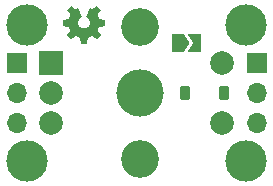
<source format=gbs>
%TF.GenerationSoftware,KiCad,Pcbnew,7.0.7*%
%TF.CreationDate,2023-09-18T16:45:26-04:00*%
%TF.ProjectId,Encoder Mount,456e636f-6465-4722-904d-6f756e742e6b,rev?*%
%TF.SameCoordinates,Original*%
%TF.FileFunction,Soldermask,Bot*%
%TF.FilePolarity,Negative*%
%FSLAX46Y46*%
G04 Gerber Fmt 4.6, Leading zero omitted, Abs format (unit mm)*
G04 Created by KiCad (PCBNEW 7.0.7) date 2023-09-18 16:45:26*
%MOMM*%
%LPD*%
G01*
G04 APERTURE LIST*
G04 Aperture macros list*
%AMRoundRect*
0 Rectangle with rounded corners*
0 $1 Rounding radius*
0 $2 $3 $4 $5 $6 $7 $8 $9 X,Y pos of 4 corners*
0 Add a 4 corners polygon primitive as box body*
4,1,4,$2,$3,$4,$5,$6,$7,$8,$9,$2,$3,0*
0 Add four circle primitives for the rounded corners*
1,1,$1+$1,$2,$3*
1,1,$1+$1,$4,$5*
1,1,$1+$1,$6,$7*
1,1,$1+$1,$8,$9*
0 Add four rect primitives between the rounded corners*
20,1,$1+$1,$2,$3,$4,$5,0*
20,1,$1+$1,$4,$5,$6,$7,0*
20,1,$1+$1,$6,$7,$8,$9,0*
20,1,$1+$1,$8,$9,$2,$3,0*%
%AMFreePoly0*
4,1,6,1.000000,0.000000,0.500000,-0.750000,-0.500000,-0.750000,-0.500000,0.750000,0.500000,0.750000,1.000000,0.000000,1.000000,0.000000,$1*%
%AMFreePoly1*
4,1,6,0.500000,-0.750000,-0.650000,-0.750000,-0.150000,0.000000,-0.650000,0.750000,0.500000,0.750000,0.500000,-0.750000,0.500000,-0.750000,$1*%
G04 Aperture macros list end*
%ADD10C,0.000000*%
%ADD11C,2.600000*%
%ADD12C,3.500000*%
%ADD13C,4.000000*%
%ADD14R,2.000000X2.000000*%
%ADD15C,2.000000*%
%ADD16C,3.200000*%
%ADD17R,1.700000X1.700000*%
%ADD18O,1.700000X1.700000*%
%ADD19FreePoly0,0.000000*%
%ADD20FreePoly1,0.000000*%
%ADD21RoundRect,0.225000X0.225000X0.375000X-0.225000X0.375000X-0.225000X-0.375000X0.225000X-0.375000X0*%
G04 APERTURE END LIST*
D10*
G36*
X96379952Y-92628973D02*
G01*
X96381984Y-92629242D01*
X96383986Y-92629668D01*
X96385942Y-92630253D01*
X96387836Y-92630993D01*
X96389652Y-92631887D01*
X96390526Y-92632392D01*
X96391376Y-92632934D01*
X96392198Y-92633515D01*
X96392991Y-92634133D01*
X96393753Y-92634789D01*
X96394482Y-92635483D01*
X96711084Y-92952032D01*
X96711783Y-92952766D01*
X96712443Y-92953532D01*
X96713066Y-92954330D01*
X96713650Y-92955156D01*
X96714196Y-92956009D01*
X96714704Y-92956886D01*
X96715174Y-92957787D01*
X96715604Y-92958709D01*
X96715996Y-92959650D01*
X96716349Y-92960608D01*
X96716936Y-92962568D01*
X96717365Y-92964573D01*
X96717634Y-92966609D01*
X96717741Y-92968659D01*
X96717686Y-92970708D01*
X96717467Y-92972741D01*
X96717296Y-92973746D01*
X96717083Y-92974742D01*
X96716828Y-92975725D01*
X96716532Y-92976695D01*
X96716193Y-92977650D01*
X96715812Y-92978586D01*
X96715389Y-92979503D01*
X96714923Y-92980399D01*
X96714414Y-92981271D01*
X96713863Y-92982118D01*
X96472832Y-93333331D01*
X96471749Y-93335069D01*
X96470784Y-93336937D01*
X96469937Y-93338919D01*
X96469210Y-93340996D01*
X96468605Y-93343152D01*
X96468122Y-93345369D01*
X96467763Y-93347630D01*
X96467530Y-93349919D01*
X96467424Y-93352216D01*
X96467446Y-93354507D01*
X96467597Y-93356772D01*
X96467880Y-93358995D01*
X96468294Y-93361159D01*
X96468842Y-93363246D01*
X96469526Y-93365239D01*
X96470345Y-93367121D01*
X96602807Y-93698013D01*
X96603135Y-93698977D01*
X96603509Y-93699938D01*
X96604386Y-93701847D01*
X96605426Y-93703728D01*
X96606616Y-93705569D01*
X96607943Y-93707358D01*
X96609395Y-93709085D01*
X96610958Y-93710736D01*
X96612621Y-93712301D01*
X96614370Y-93713769D01*
X96616193Y-93715126D01*
X96618077Y-93716363D01*
X96620010Y-93717466D01*
X96621978Y-93718425D01*
X96623970Y-93719228D01*
X96624970Y-93719567D01*
X96625972Y-93719863D01*
X96626973Y-93720114D01*
X96627971Y-93720319D01*
X97052269Y-93799278D01*
X97053256Y-93799484D01*
X97054230Y-93799738D01*
X97055191Y-93800040D01*
X97056137Y-93800388D01*
X97057067Y-93800780D01*
X97057980Y-93801214D01*
X97058874Y-93801689D01*
X97059748Y-93802205D01*
X97060602Y-93802758D01*
X97061433Y-93803348D01*
X97062241Y-93803973D01*
X97063024Y-93804631D01*
X97063781Y-93805321D01*
X97064510Y-93806042D01*
X97065212Y-93806792D01*
X97065883Y-93807570D01*
X97066524Y-93808373D01*
X97067132Y-93809201D01*
X97067706Y-93810052D01*
X97068246Y-93810924D01*
X97068750Y-93811817D01*
X97069217Y-93812727D01*
X97069645Y-93813655D01*
X97070033Y-93814597D01*
X97070381Y-93815554D01*
X97070686Y-93816523D01*
X97070947Y-93817503D01*
X97071164Y-93818492D01*
X97071335Y-93819488D01*
X97071459Y-93820491D01*
X97071534Y-93821499D01*
X97071559Y-93822510D01*
X97071612Y-94270199D01*
X97071589Y-94271212D01*
X97071517Y-94272222D01*
X97071395Y-94273226D01*
X97071227Y-94274223D01*
X97071013Y-94275212D01*
X97070753Y-94276192D01*
X97070451Y-94277160D01*
X97070106Y-94278116D01*
X97069719Y-94279058D01*
X97069294Y-94279984D01*
X97068327Y-94281784D01*
X97067217Y-94283504D01*
X97065972Y-94285133D01*
X97064603Y-94286658D01*
X97063120Y-94288069D01*
X97061532Y-94289352D01*
X97059849Y-94290497D01*
X97058976Y-94291014D01*
X97058083Y-94291492D01*
X97057171Y-94291930D01*
X97056241Y-94292325D01*
X97055296Y-94292677D01*
X97054335Y-94292984D01*
X97053361Y-94293245D01*
X97052375Y-94293458D01*
X96617387Y-94374348D01*
X96615393Y-94374812D01*
X96613389Y-94375451D01*
X96611387Y-94376254D01*
X96609401Y-94377210D01*
X96607445Y-94378307D01*
X96605532Y-94379535D01*
X96603674Y-94380882D01*
X96601885Y-94382336D01*
X96600178Y-94383887D01*
X96598566Y-94385523D01*
X96597063Y-94387233D01*
X96595682Y-94389006D01*
X96594436Y-94390830D01*
X96593339Y-94392693D01*
X96592402Y-94394586D01*
X96591641Y-94396496D01*
X96458305Y-94707568D01*
X96457442Y-94709431D01*
X96456716Y-94711404D01*
X96456127Y-94713472D01*
X96455674Y-94715618D01*
X96455355Y-94717823D01*
X96455170Y-94720072D01*
X96455118Y-94722348D01*
X96455196Y-94724632D01*
X96455405Y-94726909D01*
X96455743Y-94729161D01*
X96456209Y-94731371D01*
X96456802Y-94733522D01*
X96457521Y-94735598D01*
X96458365Y-94737581D01*
X96459332Y-94739454D01*
X96460422Y-94741200D01*
X96713863Y-95110591D01*
X96714410Y-95111438D01*
X96714914Y-95112310D01*
X96715377Y-95113205D01*
X96715797Y-95114122D01*
X96716175Y-95115058D01*
X96716512Y-95116012D01*
X96717060Y-95117964D01*
X96717444Y-95119963D01*
X96717663Y-95121993D01*
X96717719Y-95124040D01*
X96717614Y-95126087D01*
X96717348Y-95128120D01*
X96716922Y-95130123D01*
X96716338Y-95132081D01*
X96715597Y-95133978D01*
X96714700Y-95135799D01*
X96714193Y-95136676D01*
X96713648Y-95137528D01*
X96713064Y-95138354D01*
X96712442Y-95139151D01*
X96711782Y-95139917D01*
X96711084Y-95140651D01*
X96394535Y-95457200D01*
X96393801Y-95457898D01*
X96393035Y-95458559D01*
X96392238Y-95459181D01*
X96391413Y-95459766D01*
X96390562Y-95460312D01*
X96389685Y-95460820D01*
X96388786Y-95461289D01*
X96387866Y-95461720D01*
X96386927Y-95462112D01*
X96385971Y-95462464D01*
X96384016Y-95463052D01*
X96382015Y-95463480D01*
X96379985Y-95463749D01*
X96377940Y-95463857D01*
X96375895Y-95463802D01*
X96373867Y-95463583D01*
X96372864Y-95463412D01*
X96371870Y-95463199D01*
X96370888Y-95462944D01*
X96369920Y-95462647D01*
X96368967Y-95462309D01*
X96368031Y-95461928D01*
X96367115Y-95461505D01*
X96366220Y-95461039D01*
X96365349Y-95460530D01*
X96364502Y-95459979D01*
X95988628Y-95202040D01*
X95986889Y-95200953D01*
X95985019Y-95199985D01*
X95983036Y-95199137D01*
X95980955Y-95198411D01*
X95978796Y-95197807D01*
X95976576Y-95197327D01*
X95974311Y-95196973D01*
X95972020Y-95196744D01*
X95969720Y-95196643D01*
X95967429Y-95196671D01*
X95965163Y-95196828D01*
X95962941Y-95197117D01*
X95960780Y-95197537D01*
X95958698Y-95198092D01*
X95956711Y-95198781D01*
X95954837Y-95199605D01*
X95653291Y-95323044D01*
X95652332Y-95323385D01*
X95651376Y-95323772D01*
X95650424Y-95324202D01*
X95649478Y-95324675D01*
X95647609Y-95325742D01*
X95645781Y-95326959D01*
X95644003Y-95328312D01*
X95642288Y-95329789D01*
X95640647Y-95331377D01*
X95639091Y-95333063D01*
X95637632Y-95334834D01*
X95636280Y-95336676D01*
X95635048Y-95338576D01*
X95633945Y-95340522D01*
X95632984Y-95342501D01*
X95632176Y-95344498D01*
X95631532Y-95346502D01*
X95631276Y-95347503D01*
X95631064Y-95348500D01*
X95547316Y-95798411D01*
X95547108Y-95799400D01*
X95546851Y-95800376D01*
X95546548Y-95801339D01*
X95546199Y-95802286D01*
X95545807Y-95803218D01*
X95545372Y-95804131D01*
X95544897Y-95805027D01*
X95544382Y-95805902D01*
X95543829Y-95806755D01*
X95543240Y-95807587D01*
X95542617Y-95808395D01*
X95541959Y-95809177D01*
X95541270Y-95809934D01*
X95540551Y-95810664D01*
X95539803Y-95811364D01*
X95539027Y-95812035D01*
X95538226Y-95812675D01*
X95537400Y-95813282D01*
X95536551Y-95813856D01*
X95535680Y-95814395D01*
X95534790Y-95814898D01*
X95533882Y-95815364D01*
X95532956Y-95815792D01*
X95532015Y-95816179D01*
X95531060Y-95816526D01*
X95530093Y-95816830D01*
X95529114Y-95817091D01*
X95528126Y-95817307D01*
X95527131Y-95817478D01*
X95526128Y-95817601D01*
X95525121Y-95817676D01*
X95524110Y-95817701D01*
X95076395Y-95817701D01*
X95075386Y-95817676D01*
X95074381Y-95817601D01*
X95073381Y-95817478D01*
X95072387Y-95817307D01*
X95071401Y-95817091D01*
X95070424Y-95816830D01*
X95069458Y-95816526D01*
X95068505Y-95816179D01*
X95067565Y-95815792D01*
X95066641Y-95815364D01*
X95064844Y-95814395D01*
X95063127Y-95813282D01*
X95061500Y-95812035D01*
X95059978Y-95810664D01*
X95058570Y-95809177D01*
X95057290Y-95807587D01*
X95056701Y-95806755D01*
X95056148Y-95805902D01*
X95055634Y-95805027D01*
X95055158Y-95804131D01*
X95054724Y-95803218D01*
X95054331Y-95802286D01*
X95053983Y-95801339D01*
X95053680Y-95800376D01*
X95053423Y-95799400D01*
X95053215Y-95798411D01*
X94969493Y-95348500D01*
X94969025Y-95346502D01*
X94968382Y-95344498D01*
X94967575Y-95342501D01*
X94966616Y-95340522D01*
X94965515Y-95338576D01*
X94964284Y-95336676D01*
X94962934Y-95334834D01*
X94961476Y-95333063D01*
X94959921Y-95331377D01*
X94958280Y-95329789D01*
X94956566Y-95328312D01*
X94954788Y-95326959D01*
X94952958Y-95325742D01*
X94951086Y-95324675D01*
X94949186Y-95323772D01*
X94947266Y-95323044D01*
X94645693Y-95199605D01*
X94643815Y-95198781D01*
X94641825Y-95198092D01*
X94639738Y-95197537D01*
X94637575Y-95197117D01*
X94635350Y-95196828D01*
X94633083Y-95196671D01*
X94630791Y-95196643D01*
X94628491Y-95196744D01*
X94626200Y-95196973D01*
X94623936Y-95197327D01*
X94621718Y-95197807D01*
X94619561Y-95198411D01*
X94617483Y-95199137D01*
X94615503Y-95199985D01*
X94613637Y-95200953D01*
X94611903Y-95202040D01*
X94236055Y-95459979D01*
X94235206Y-95460530D01*
X94234332Y-95461039D01*
X94233434Y-95461505D01*
X94232516Y-95461928D01*
X94231578Y-95462309D01*
X94230623Y-95462647D01*
X94228668Y-95463199D01*
X94226667Y-95463583D01*
X94224635Y-95463802D01*
X94222587Y-95463857D01*
X94220539Y-95463749D01*
X94218507Y-95463480D01*
X94216504Y-95463052D01*
X94214548Y-95462464D01*
X94212654Y-95461720D01*
X94210835Y-95460820D01*
X94209960Y-95460312D01*
X94209110Y-95459766D01*
X94208286Y-95459181D01*
X94207491Y-95458559D01*
X94206727Y-95457898D01*
X94205996Y-95457200D01*
X93889420Y-95140651D01*
X93888724Y-95139917D01*
X93888066Y-95139151D01*
X93887445Y-95138354D01*
X93886862Y-95137528D01*
X93886317Y-95136676D01*
X93885810Y-95135799D01*
X93885341Y-95134899D01*
X93884911Y-95133978D01*
X93884520Y-95133038D01*
X93884167Y-95132081D01*
X93883580Y-95130123D01*
X93883151Y-95128120D01*
X93882881Y-95126087D01*
X93882772Y-95124040D01*
X93882825Y-95121993D01*
X93883042Y-95119963D01*
X93883213Y-95118958D01*
X93883425Y-95117964D01*
X93883679Y-95116981D01*
X93883975Y-95116012D01*
X93884313Y-95115058D01*
X93884693Y-95114122D01*
X93885116Y-95113205D01*
X93885582Y-95112310D01*
X93886090Y-95111438D01*
X93886641Y-95110591D01*
X94140109Y-94741200D01*
X94141189Y-94739454D01*
X94142149Y-94737581D01*
X94142985Y-94735598D01*
X94143699Y-94733522D01*
X94144287Y-94731371D01*
X94144749Y-94729161D01*
X94145084Y-94726909D01*
X94145292Y-94724632D01*
X94145369Y-94722348D01*
X94145317Y-94720072D01*
X94145133Y-94717823D01*
X94144816Y-94715618D01*
X94144365Y-94713472D01*
X94143779Y-94711404D01*
X94143058Y-94709431D01*
X94142199Y-94707568D01*
X94008837Y-94396496D01*
X94008481Y-94395540D01*
X94008080Y-94394586D01*
X94007149Y-94392693D01*
X94006056Y-94390830D01*
X94004814Y-94389006D01*
X94003437Y-94387233D01*
X94001937Y-94385523D01*
X94000328Y-94383887D01*
X93998623Y-94382336D01*
X93996835Y-94380882D01*
X93994977Y-94379535D01*
X93993061Y-94378307D01*
X93991103Y-94377210D01*
X93989113Y-94376254D01*
X93987106Y-94375451D01*
X93985094Y-94374812D01*
X93984090Y-94374558D01*
X93983091Y-94374348D01*
X93548129Y-94293458D01*
X93547138Y-94293245D01*
X93546160Y-94292984D01*
X93545196Y-94292677D01*
X93544247Y-94292325D01*
X93543314Y-94291930D01*
X93542399Y-94291492D01*
X93541504Y-94291015D01*
X93540628Y-94290498D01*
X93539774Y-94289943D01*
X93538942Y-94289353D01*
X93538134Y-94288728D01*
X93537352Y-94288070D01*
X93536595Y-94287380D01*
X93535866Y-94286660D01*
X93535166Y-94285912D01*
X93534496Y-94285136D01*
X93533857Y-94284335D01*
X93533250Y-94283509D01*
X93532677Y-94282660D01*
X93532138Y-94281791D01*
X93531636Y-94280901D01*
X93531171Y-94279993D01*
X93530745Y-94279068D01*
X93530358Y-94278127D01*
X93530012Y-94277173D01*
X93529708Y-94276206D01*
X93529448Y-94275228D01*
X93529232Y-94274241D01*
X93529062Y-94273246D01*
X93528939Y-94272244D01*
X93528865Y-94271236D01*
X93528840Y-94270226D01*
X93528866Y-93822537D01*
X93528891Y-93821526D01*
X93528966Y-93820518D01*
X93529089Y-93819515D01*
X93529260Y-93818518D01*
X93529476Y-93817529D01*
X93529737Y-93816549D01*
X93530041Y-93815580D01*
X93530388Y-93814624D01*
X93531203Y-93812754D01*
X93532172Y-93810951D01*
X93533285Y-93809228D01*
X93534532Y-93807596D01*
X93535904Y-93806069D01*
X93537390Y-93804657D01*
X93538980Y-93803374D01*
X93539812Y-93802784D01*
X93540666Y-93802231D01*
X93541541Y-93801716D01*
X93542436Y-93801240D01*
X93543349Y-93800806D01*
X93544281Y-93800414D01*
X93545228Y-93800067D01*
X93546191Y-93799765D01*
X93547167Y-93799510D01*
X93548156Y-93799304D01*
X93972453Y-93720346D01*
X93973450Y-93720141D01*
X93974450Y-93719890D01*
X93976450Y-93719255D01*
X93978442Y-93718452D01*
X93980412Y-93717493D01*
X93982348Y-93716389D01*
X93984236Y-93715153D01*
X93986063Y-93713795D01*
X93987817Y-93712328D01*
X93989485Y-93710763D01*
X93991053Y-93709111D01*
X93992508Y-93707385D01*
X93993838Y-93705595D01*
X93995030Y-93703754D01*
X93996070Y-93701874D01*
X93996946Y-93699965D01*
X93997318Y-93699003D01*
X93997644Y-93698039D01*
X94130106Y-93367148D01*
X94130926Y-93365266D01*
X94131610Y-93363272D01*
X94132159Y-93361185D01*
X94132575Y-93359022D01*
X94132859Y-93356798D01*
X94133011Y-93354533D01*
X94133034Y-93352243D01*
X94132928Y-93349945D01*
X94132694Y-93347657D01*
X94132335Y-93345395D01*
X94131850Y-93343178D01*
X94131241Y-93341022D01*
X94130510Y-93338945D01*
X94129658Y-93336964D01*
X94128685Y-93335095D01*
X94127593Y-93333357D01*
X93886588Y-92982144D01*
X93886039Y-92981298D01*
X93885533Y-92980425D01*
X93885069Y-92979530D01*
X93884648Y-92978613D01*
X93884269Y-92977676D01*
X93883932Y-92976722D01*
X93883383Y-92974768D01*
X93883001Y-92972767D01*
X93882784Y-92970734D01*
X93882730Y-92968685D01*
X93882838Y-92966635D01*
X93883106Y-92964600D01*
X93883534Y-92962594D01*
X93884120Y-92960634D01*
X93884862Y-92958735D01*
X93885759Y-92956913D01*
X93886265Y-92956035D01*
X93886810Y-92955182D01*
X93887392Y-92954356D01*
X93888013Y-92953559D01*
X93888671Y-92952793D01*
X93889367Y-92952059D01*
X94205969Y-92635509D01*
X94206701Y-92634816D01*
X94207465Y-92634160D01*
X94208260Y-92633542D01*
X94209083Y-92632961D01*
X94209934Y-92632418D01*
X94210809Y-92631914D01*
X94211707Y-92631447D01*
X94212627Y-92631019D01*
X94213566Y-92630630D01*
X94214522Y-92630279D01*
X94216478Y-92629695D01*
X94218480Y-92629268D01*
X94220513Y-92629000D01*
X94222561Y-92628892D01*
X94224608Y-92628945D01*
X94226640Y-92629161D01*
X94227646Y-92629330D01*
X94228642Y-92629541D01*
X94229626Y-92629793D01*
X94230596Y-92630086D01*
X94231552Y-92630422D01*
X94232489Y-92630799D01*
X94233408Y-92631218D01*
X94234305Y-92631680D01*
X94235180Y-92632184D01*
X94236029Y-92632731D01*
X94581023Y-92869528D01*
X94582758Y-92870603D01*
X94584616Y-92871547D01*
X94586582Y-92872358D01*
X94588636Y-92873036D01*
X94590764Y-92873581D01*
X94592947Y-92873993D01*
X94595169Y-92874270D01*
X94597413Y-92874413D01*
X94599661Y-92874421D01*
X94601897Y-92874294D01*
X94604103Y-92874031D01*
X94606263Y-92873632D01*
X94608360Y-92873096D01*
X94610376Y-92872424D01*
X94612295Y-92871613D01*
X94614099Y-92870665D01*
X94766249Y-92789431D01*
X94767156Y-92788996D01*
X94768071Y-92788614D01*
X94768993Y-92788284D01*
X94769919Y-92788005D01*
X94770848Y-92787777D01*
X94771779Y-92787599D01*
X94772710Y-92787470D01*
X94773638Y-92787391D01*
X94774564Y-92787360D01*
X94775485Y-92787377D01*
X94776399Y-92787441D01*
X94777305Y-92787552D01*
X94778201Y-92787708D01*
X94779086Y-92787911D01*
X94779958Y-92788158D01*
X94780815Y-92788449D01*
X94781656Y-92788784D01*
X94782480Y-92789162D01*
X94783284Y-92789582D01*
X94784068Y-92790044D01*
X94784828Y-92790548D01*
X94785565Y-92791092D01*
X94786276Y-92791676D01*
X94786960Y-92792300D01*
X94787615Y-92792963D01*
X94788239Y-92793664D01*
X94788831Y-92794402D01*
X94789389Y-92795178D01*
X94789912Y-92795990D01*
X94790399Y-92796838D01*
X94790846Y-92797721D01*
X94791254Y-92798640D01*
X95104972Y-93556660D01*
X95105337Y-93557603D01*
X95105654Y-93558560D01*
X95105924Y-93559530D01*
X95106147Y-93560510D01*
X95106323Y-93561500D01*
X95106454Y-93562496D01*
X95106581Y-93564503D01*
X95106532Y-93566518D01*
X95106312Y-93568524D01*
X95105926Y-93570509D01*
X95105379Y-93572457D01*
X95104675Y-93574354D01*
X95103819Y-93576186D01*
X95102817Y-93577938D01*
X95101672Y-93579596D01*
X95100389Y-93581146D01*
X95099698Y-93581875D01*
X95098974Y-93582572D01*
X95098218Y-93583235D01*
X95097430Y-93583862D01*
X95096612Y-93584450D01*
X95095764Y-93584999D01*
X95057687Y-93608311D01*
X95054938Y-93610056D01*
X95052008Y-93612048D01*
X95048949Y-93614244D01*
X95045816Y-93616600D01*
X95042661Y-93619072D01*
X95039539Y-93621617D01*
X95036503Y-93624192D01*
X95033607Y-93626754D01*
X95008406Y-93644007D01*
X94984353Y-93662740D01*
X94961515Y-93682887D01*
X94939958Y-93704383D01*
X94919748Y-93727163D01*
X94900950Y-93751161D01*
X94883630Y-93776313D01*
X94867854Y-93802552D01*
X94853688Y-93829814D01*
X94847229Y-93843809D01*
X94841197Y-93858034D01*
X94835600Y-93872482D01*
X94830447Y-93887146D01*
X94825746Y-93902016D01*
X94821505Y-93917084D01*
X94817731Y-93932343D01*
X94814435Y-93947784D01*
X94811622Y-93963399D01*
X94809303Y-93979181D01*
X94807485Y-93995120D01*
X94806176Y-94011208D01*
X94805385Y-94027438D01*
X94805119Y-94043801D01*
X94805763Y-94069280D01*
X94807676Y-94094424D01*
X94810824Y-94119202D01*
X94815179Y-94143584D01*
X94820708Y-94167538D01*
X94827380Y-94191033D01*
X94835164Y-94214037D01*
X94844030Y-94236521D01*
X94853946Y-94258453D01*
X94864880Y-94279801D01*
X94876802Y-94300534D01*
X94889681Y-94320622D01*
X94903486Y-94340034D01*
X94918184Y-94358737D01*
X94933746Y-94376702D01*
X94950140Y-94393896D01*
X94967336Y-94410290D01*
X94985301Y-94425851D01*
X95004005Y-94440549D01*
X95023416Y-94454353D01*
X95043504Y-94467231D01*
X95064238Y-94479152D01*
X95085586Y-94490086D01*
X95107517Y-94500000D01*
X95130000Y-94508865D01*
X95153004Y-94516649D01*
X95176498Y-94523321D01*
X95200451Y-94528849D01*
X95224831Y-94533203D01*
X95249608Y-94536352D01*
X95274750Y-94538263D01*
X95300226Y-94538908D01*
X95325702Y-94538263D01*
X95350844Y-94536352D01*
X95375620Y-94533203D01*
X95400000Y-94528849D01*
X95423952Y-94523321D01*
X95447445Y-94516649D01*
X95470448Y-94508865D01*
X95492930Y-94500000D01*
X95514861Y-94490086D01*
X95536207Y-94479152D01*
X95556940Y-94467231D01*
X95577027Y-94454353D01*
X95596437Y-94440549D01*
X95615140Y-94425851D01*
X95633104Y-94410290D01*
X95650298Y-94393896D01*
X95666691Y-94376702D01*
X95682251Y-94358737D01*
X95696949Y-94340034D01*
X95710752Y-94320622D01*
X95723630Y-94300534D01*
X95735551Y-94279801D01*
X95746484Y-94258453D01*
X95756399Y-94236521D01*
X95765264Y-94214037D01*
X95773047Y-94191033D01*
X95779719Y-94167538D01*
X95785247Y-94143584D01*
X95789601Y-94119202D01*
X95792750Y-94094424D01*
X95794662Y-94069280D01*
X95795306Y-94043801D01*
X95794249Y-94011208D01*
X95791123Y-93979181D01*
X95785993Y-93947784D01*
X95778924Y-93917084D01*
X95769983Y-93887146D01*
X95759235Y-93858034D01*
X95746746Y-93829814D01*
X95732581Y-93802552D01*
X95716806Y-93776313D01*
X95699486Y-93751161D01*
X95680689Y-93727163D01*
X95660478Y-93704383D01*
X95638919Y-93682887D01*
X95616080Y-93662740D01*
X95592024Y-93644007D01*
X95566817Y-93626754D01*
X95563938Y-93624192D01*
X95560913Y-93621617D01*
X95557797Y-93619072D01*
X95554645Y-93616600D01*
X95551514Y-93614244D01*
X95548458Y-93612048D01*
X95545532Y-93610056D01*
X95542791Y-93608311D01*
X95504714Y-93584999D01*
X95503870Y-93584450D01*
X95503056Y-93583862D01*
X95502273Y-93583235D01*
X95501520Y-93582572D01*
X95500799Y-93581875D01*
X95500111Y-93581146D01*
X95499455Y-93580385D01*
X95498832Y-93579596D01*
X95498244Y-93578780D01*
X95497690Y-93577938D01*
X95497171Y-93577073D01*
X95496689Y-93576186D01*
X95496242Y-93575279D01*
X95495833Y-93574354D01*
X95495462Y-93573412D01*
X95495129Y-93572457D01*
X95494834Y-93571488D01*
X95494580Y-93570509D01*
X95494365Y-93569520D01*
X95494191Y-93568524D01*
X95494059Y-93567523D01*
X95493968Y-93566518D01*
X95493920Y-93565511D01*
X95493916Y-93564503D01*
X95493955Y-93563498D01*
X95494038Y-93562496D01*
X95494167Y-93561500D01*
X95494341Y-93560510D01*
X95494561Y-93559530D01*
X95494828Y-93558560D01*
X95495143Y-93557603D01*
X95495506Y-93556660D01*
X95809198Y-92798613D01*
X95809605Y-92797695D01*
X95810053Y-92796812D01*
X95810538Y-92795964D01*
X95811061Y-92795152D01*
X95811619Y-92794377D01*
X95812210Y-92793639D01*
X95812834Y-92792939D01*
X95813488Y-92792277D01*
X95814171Y-92791654D01*
X95814881Y-92791071D01*
X95815617Y-92790528D01*
X95816377Y-92790025D01*
X95817159Y-92789563D01*
X95817963Y-92789144D01*
X95818786Y-92788767D01*
X95819626Y-92788432D01*
X95820483Y-92788142D01*
X95821355Y-92787895D01*
X95822239Y-92787693D01*
X95823135Y-92787537D01*
X95824041Y-92787426D01*
X95824955Y-92787362D01*
X95825876Y-92787345D01*
X95826802Y-92787376D01*
X95827731Y-92787454D01*
X95828663Y-92787582D01*
X95829594Y-92787759D01*
X95830525Y-92787986D01*
X95831452Y-92788263D01*
X95832376Y-92788592D01*
X95833293Y-92788972D01*
X95834203Y-92789405D01*
X95986352Y-92870639D01*
X95988161Y-92871587D01*
X95990083Y-92872398D01*
X95992101Y-92873072D01*
X95994199Y-92873609D01*
X95996360Y-92874010D01*
X95998566Y-92874275D01*
X96000802Y-92874403D01*
X96003049Y-92874397D01*
X96005291Y-92874255D01*
X96007511Y-92873978D01*
X96009693Y-92873566D01*
X96011819Y-92873021D01*
X96013872Y-92872341D01*
X96015836Y-92871528D01*
X96017694Y-92870581D01*
X96019428Y-92869501D01*
X96364449Y-92632704D01*
X96365296Y-92632158D01*
X96366168Y-92631654D01*
X96367064Y-92631192D01*
X96367981Y-92630773D01*
X96368917Y-92630395D01*
X96369871Y-92630060D01*
X96371824Y-92629514D01*
X96373825Y-92629134D01*
X96375856Y-92628918D01*
X96377904Y-92628865D01*
X96379952Y-92628973D01*
G37*
D11*
X90500000Y-94250000D03*
D12*
X90500000Y-94250000D03*
D11*
X109000000Y-94250000D03*
D12*
X109000000Y-94250000D03*
D13*
X100000000Y-99999999D03*
D14*
X92500000Y-97499999D03*
D15*
X92500000Y-102499999D03*
X92500000Y-99999999D03*
D16*
X100000000Y-94399999D03*
X100000000Y-105599999D03*
D15*
X107000000Y-102499999D03*
X107000000Y-97499999D03*
D11*
X109000000Y-105750000D03*
D12*
X109000000Y-105750000D03*
D17*
X109910000Y-97474999D03*
D18*
X109910000Y-100014999D03*
X109910000Y-102554999D03*
D17*
X89590000Y-97474999D03*
D18*
X89590000Y-100014999D03*
X89590000Y-102554999D03*
D11*
X90500000Y-105750000D03*
D12*
X90500000Y-105750000D03*
D19*
X103275000Y-95750000D03*
D20*
X104725000Y-95750000D03*
D21*
X107150000Y-100000000D03*
X103850000Y-100000000D03*
M02*

</source>
